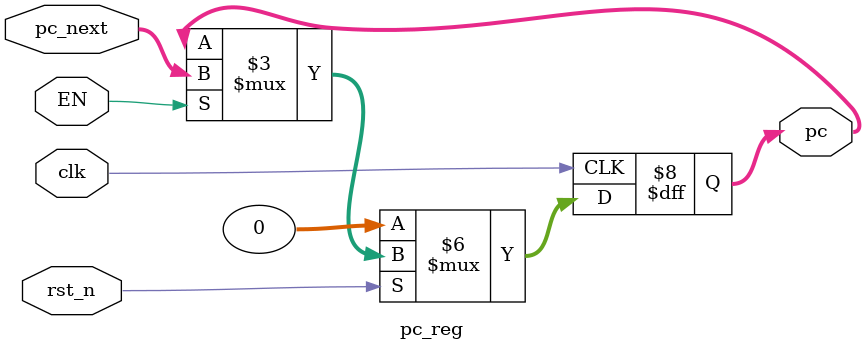
<source format=v>
`timescale 1ns / 1ps 
module pc_reg (
	input wire 		  clk , rst_n , EN ,
	input wire [31:0] pc_next ,
	
	output reg [31:0] pc 
	);

always @(posedge clk ) begin
	if (!rst_n) begin
		pc <= 32'd0 ;
	end
	else begin
		if(EN) begin 
			pc <= pc_next ;
		end 
	end
end

endmodule 
</source>
